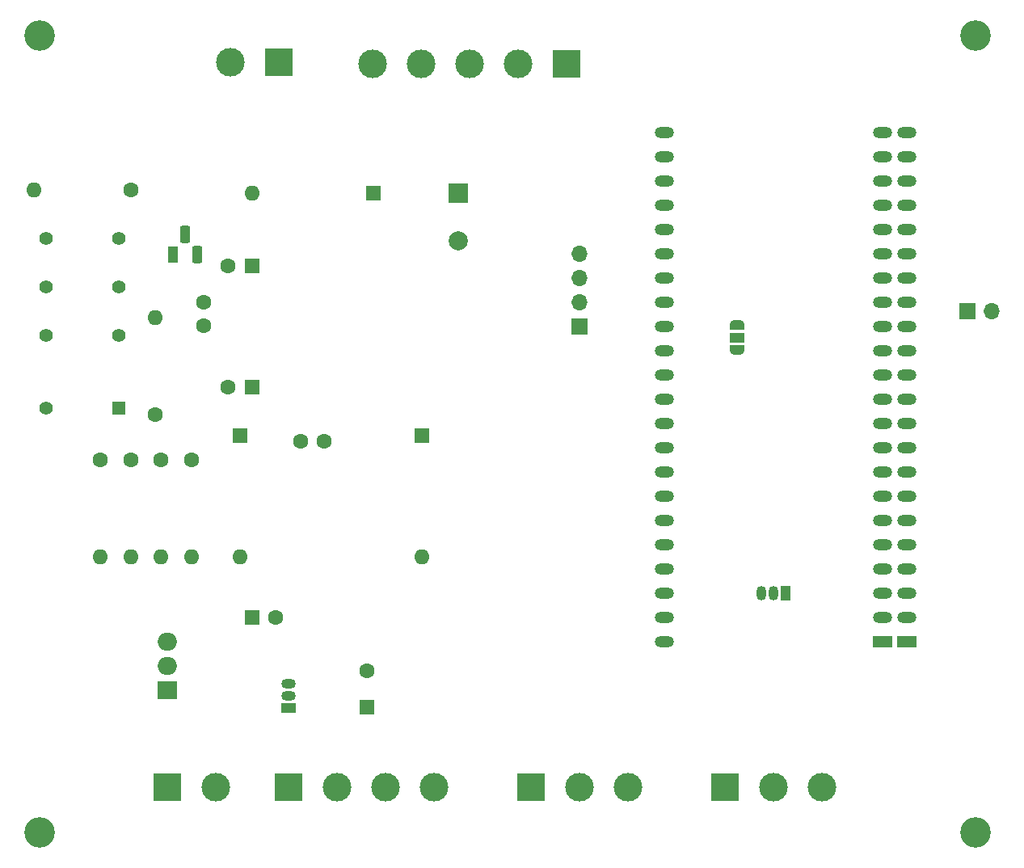
<source format=gbs>
G04 #@! TF.GenerationSoftware,KiCad,Pcbnew,8.0.3*
G04 #@! TF.CreationDate,2024-08-20T11:31:22+02:00*
G04 #@! TF.ProjectId,hydrocontroller_schematic,68796472-6f63-46f6-9e74-726f6c6c6572,rev?*
G04 #@! TF.SameCoordinates,Original*
G04 #@! TF.FileFunction,Soldermask,Bot*
G04 #@! TF.FilePolarity,Negative*
%FSLAX46Y46*%
G04 Gerber Fmt 4.6, Leading zero omitted, Abs format (unit mm)*
G04 Created by KiCad (PCBNEW 8.0.3) date 2024-08-20 11:31:22*
%MOMM*%
%LPD*%
G01*
G04 APERTURE LIST*
G04 Aperture macros list*
%AMRoundRect*
0 Rectangle with rounded corners*
0 $1 Rounding radius*
0 $2 $3 $4 $5 $6 $7 $8 $9 X,Y pos of 4 corners*
0 Add a 4 corners polygon primitive as box body*
4,1,4,$2,$3,$4,$5,$6,$7,$8,$9,$2,$3,0*
0 Add four circle primitives for the rounded corners*
1,1,$1+$1,$2,$3*
1,1,$1+$1,$4,$5*
1,1,$1+$1,$6,$7*
1,1,$1+$1,$8,$9*
0 Add four rect primitives between the rounded corners*
20,1,$1+$1,$2,$3,$4,$5,0*
20,1,$1+$1,$4,$5,$6,$7,0*
20,1,$1+$1,$6,$7,$8,$9,0*
20,1,$1+$1,$8,$9,$2,$3,0*%
%AMFreePoly0*
4,1,19,0.550000,-0.750000,0.000000,-0.750000,0.000000,-0.744911,-0.071157,-0.744911,-0.207708,-0.704816,-0.327430,-0.627875,-0.420627,-0.520320,-0.479746,-0.390866,-0.500000,-0.250000,-0.500000,0.250000,-0.479746,0.390866,-0.420627,0.520320,-0.327430,0.627875,-0.207708,0.704816,-0.071157,0.744911,0.000000,0.744911,0.000000,0.750000,0.550000,0.750000,0.550000,-0.750000,0.550000,-0.750000,
$1*%
%AMFreePoly1*
4,1,19,0.000000,0.744911,0.071157,0.744911,0.207708,0.704816,0.327430,0.627875,0.420627,0.520320,0.479746,0.390866,0.500000,0.250000,0.500000,-0.250000,0.479746,-0.390866,0.420627,-0.520320,0.327430,-0.627875,0.207708,-0.704816,0.071157,-0.744911,0.000000,-0.744911,0.000000,-0.750000,-0.550000,-0.750000,-0.550000,0.750000,0.000000,0.750000,0.000000,0.744911,0.000000,0.744911,
$1*%
G04 Aperture macros list end*
%ADD10C,1.600000*%
%ADD11R,1.700000X1.700000*%
%ADD12O,1.700000X1.700000*%
%ADD13R,1.400000X1.400000*%
%ADD14C,1.400000*%
%ADD15O,1.600000X1.600000*%
%ADD16R,3.000000X3.000000*%
%ADD17C,3.000000*%
%ADD18R,1.600000X1.600000*%
%ADD19C,3.200000*%
%ADD20R,2.000000X2.000000*%
%ADD21C,2.000000*%
%ADD22R,2.000000X1.905000*%
%ADD23O,2.000000X1.905000*%
%ADD24R,1.100000X1.800000*%
%ADD25RoundRect,0.275000X-0.275000X-0.625000X0.275000X-0.625000X0.275000X0.625000X-0.275000X0.625000X0*%
%ADD26R,1.500000X1.050000*%
%ADD27O,1.500000X1.050000*%
%ADD28R,2.000000X1.200000*%
%ADD29O,2.000000X1.200000*%
%ADD30R,1.050000X1.500000*%
%ADD31O,1.050000X1.500000*%
%ADD32FreePoly0,270.000000*%
%ADD33R,1.500000X1.000000*%
%ADD34FreePoly1,270.000000*%
G04 APERTURE END LIST*
D10*
X78105000Y-66363674D03*
X78105000Y-63863674D03*
D11*
X117475000Y-66403674D03*
D12*
X117475000Y-63863674D03*
X117475000Y-61323674D03*
X117475000Y-58783674D03*
D13*
X69215000Y-74978674D03*
D14*
X69215000Y-67358674D03*
X69215000Y-62278674D03*
X69215000Y-57198674D03*
X61595000Y-57198674D03*
X61595000Y-62278674D03*
X61595000Y-67358674D03*
X61595000Y-74978674D03*
D10*
X67310000Y-80373674D03*
D15*
X67310000Y-90533674D03*
D16*
X86026000Y-38735000D03*
D17*
X80946000Y-38735000D03*
D18*
X83185000Y-96883674D03*
D10*
X85685000Y-96883674D03*
X88265000Y-78468674D03*
X90765000Y-78468674D03*
D19*
X60960000Y-119380000D03*
D16*
X86995000Y-114663674D03*
D17*
X92075000Y-114663674D03*
X97155000Y-114663674D03*
X102235000Y-114663674D03*
D10*
X70485000Y-52118674D03*
D15*
X60325000Y-52118674D03*
D16*
X74295000Y-114663674D03*
D17*
X79375000Y-114663674D03*
D16*
X132715000Y-114663674D03*
D17*
X137795000Y-114663674D03*
X142875000Y-114663674D03*
D18*
X83185000Y-60053674D03*
D10*
X80685000Y-60053674D03*
D18*
X83185000Y-72753674D03*
D10*
X80685000Y-72753674D03*
D20*
X104775000Y-52433674D03*
D21*
X104775000Y-57433674D03*
D19*
X158960000Y-119380000D03*
D18*
X81915000Y-77833674D03*
D15*
X81915000Y-90533674D03*
D10*
X70485000Y-80373674D03*
D15*
X70485000Y-90533674D03*
D18*
X95885000Y-52433674D03*
D15*
X83185000Y-52433674D03*
D22*
X74295000Y-104503674D03*
D23*
X74295000Y-101963674D03*
X74295000Y-99423674D03*
D18*
X95250000Y-106306325D03*
D10*
X95250000Y-102506325D03*
D24*
X74930000Y-58868674D03*
D25*
X76200000Y-56798674D03*
X77470000Y-58868674D03*
D18*
X100965000Y-77833674D03*
D15*
X100965000Y-90533674D03*
D16*
X112395000Y-114663674D03*
D17*
X117475000Y-114663674D03*
X122555000Y-114663674D03*
D10*
X73660000Y-80373674D03*
D15*
X73660000Y-90533674D03*
D19*
X158960000Y-35980000D03*
D11*
X158115000Y-64818674D03*
D12*
X160655000Y-64818674D03*
D16*
X116125000Y-38862000D03*
D17*
X111045000Y-38862000D03*
X105965000Y-38862000D03*
X100885000Y-38862000D03*
X95805000Y-38862000D03*
D10*
X73025000Y-75613674D03*
D15*
X73025000Y-65453674D03*
D26*
X86995000Y-106408674D03*
D27*
X86995000Y-105138674D03*
X86995000Y-103868674D03*
D10*
X76835000Y-80373674D03*
D15*
X76835000Y-90533674D03*
D19*
X60960000Y-35980000D03*
D28*
X151765000Y-99423674D03*
X149265000Y-99423674D03*
D29*
X151765000Y-96883674D03*
X149265000Y-96883674D03*
X151765000Y-94343674D03*
X149265000Y-94343674D03*
X151765000Y-91803674D03*
X149265000Y-91803674D03*
X151765000Y-89263674D03*
X149265000Y-89263674D03*
X151765000Y-86723674D03*
X149265000Y-86723674D03*
X151765000Y-84183674D03*
X149265000Y-84183674D03*
X151765000Y-81643674D03*
X149265000Y-81643674D03*
X151765000Y-79103674D03*
X149265000Y-79103674D03*
X151765000Y-76563674D03*
X149265000Y-76563674D03*
X151765000Y-74023674D03*
X149265000Y-74023674D03*
X151765000Y-71483674D03*
X149265000Y-71483674D03*
X151765000Y-68943674D03*
X149265000Y-68943674D03*
X151765000Y-66403674D03*
X149265000Y-66403674D03*
X151765000Y-63863674D03*
X149265000Y-63863674D03*
X151765000Y-61323674D03*
X149265000Y-61323674D03*
X151765000Y-58783674D03*
X149265000Y-58783674D03*
X151765000Y-56243674D03*
X149265000Y-56243674D03*
X151765000Y-53703674D03*
X149265000Y-53703674D03*
X151768680Y-51166394D03*
X149268680Y-51166394D03*
X151768680Y-48626394D03*
X149268680Y-48626394D03*
X151768680Y-46086394D03*
X149268680Y-46086394D03*
X126365000Y-46083674D03*
X126365000Y-48623674D03*
X126365000Y-51163674D03*
X126365000Y-53703674D03*
X126365000Y-56243674D03*
X126365000Y-58783674D03*
X126365000Y-61323674D03*
X126365000Y-63863674D03*
X126365000Y-66403674D03*
X126365000Y-68943674D03*
X126365000Y-71483674D03*
X126365000Y-74023674D03*
X126365000Y-76563674D03*
X126365000Y-79103674D03*
X126365000Y-81643674D03*
X126365000Y-84183674D03*
X126365000Y-86723674D03*
X126365000Y-89263674D03*
X126365000Y-91803674D03*
X126365000Y-94343674D03*
X126365000Y-96883674D03*
X126365000Y-99423674D03*
D30*
X139065000Y-94343674D03*
D31*
X137795000Y-94343674D03*
X136525000Y-94343674D03*
D32*
X133985000Y-66264000D03*
D33*
X133985000Y-67564000D03*
D34*
X133985000Y-68864000D03*
M02*

</source>
